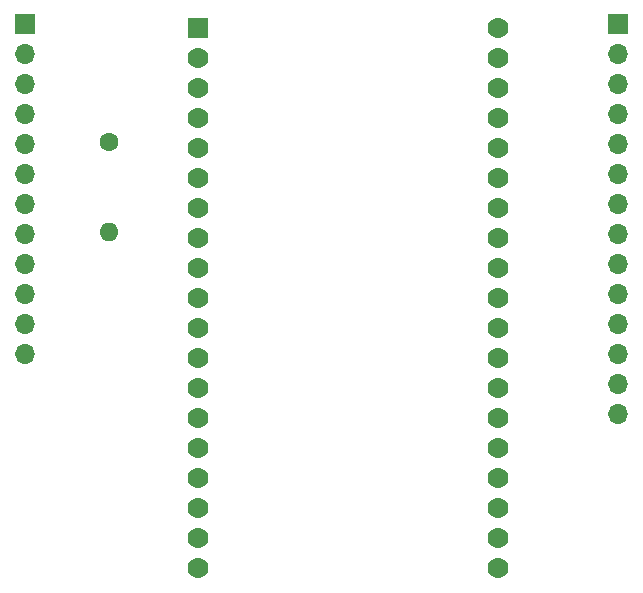
<source format=gbr>
%TF.GenerationSoftware,KiCad,Pcbnew,8.0.8*%
%TF.CreationDate,2025-04-08T16:29:26-04:00*%
%TF.ProjectId,ESP32PCB,45535033-3250-4434-922e-6b696361645f,rev?*%
%TF.SameCoordinates,Original*%
%TF.FileFunction,Soldermask,Bot*%
%TF.FilePolarity,Negative*%
%FSLAX46Y46*%
G04 Gerber Fmt 4.6, Leading zero omitted, Abs format (unit mm)*
G04 Created by KiCad (PCBNEW 8.0.8) date 2025-04-08 16:29:26*
%MOMM*%
%LPD*%
G01*
G04 APERTURE LIST*
G04 Aperture macros list*
%AMRoundRect*
0 Rectangle with rounded corners*
0 $1 Rounding radius*
0 $2 $3 $4 $5 $6 $7 $8 $9 X,Y pos of 4 corners*
0 Add a 4 corners polygon primitive as box body*
4,1,4,$2,$3,$4,$5,$6,$7,$8,$9,$2,$3,0*
0 Add four circle primitives for the rounded corners*
1,1,$1+$1,$2,$3*
1,1,$1+$1,$4,$5*
1,1,$1+$1,$6,$7*
1,1,$1+$1,$8,$9*
0 Add four rect primitives between the rounded corners*
20,1,$1+$1,$2,$3,$4,$5,0*
20,1,$1+$1,$4,$5,$6,$7,0*
20,1,$1+$1,$6,$7,$8,$9,0*
20,1,$1+$1,$8,$9,$2,$3,0*%
G04 Aperture macros list end*
%ADD10C,1.600000*%
%ADD11O,1.600000X1.600000*%
%ADD12RoundRect,0.102000X-0.780000X-0.780000X0.780000X-0.780000X0.780000X0.780000X-0.780000X0.780000X0*%
%ADD13C,1.764000*%
%ADD14R,1.700000X1.700000*%
%ADD15O,1.700000X1.700000*%
G04 APERTURE END LIST*
D10*
%TO.C,R1*%
X149950000Y-54630000D03*
D11*
X149950000Y-62250000D03*
%TD*%
D12*
%TO.C,U1*%
X157500000Y-45050000D03*
D13*
X157500000Y-47590000D03*
X157500000Y-50130000D03*
X157500000Y-52670000D03*
X157500000Y-55210000D03*
X157500000Y-57750000D03*
X157500000Y-60290000D03*
X157500000Y-62830000D03*
X157500000Y-65370000D03*
X157500000Y-67910000D03*
X157500000Y-70450000D03*
X157500000Y-72990000D03*
X157500000Y-75530000D03*
X157500000Y-78070000D03*
X157500000Y-80610000D03*
X157500000Y-83150000D03*
X157500000Y-85690000D03*
X157500000Y-88230000D03*
X157500000Y-90770000D03*
X182900000Y-45050000D03*
X182900000Y-47590000D03*
X182900000Y-50130000D03*
X182900000Y-52670000D03*
X182900000Y-55210000D03*
X182900000Y-57750000D03*
X182900000Y-60290000D03*
X182900000Y-62830000D03*
X182900000Y-65370000D03*
X182900000Y-67910000D03*
X182900000Y-70450000D03*
X182900000Y-72990000D03*
X182900000Y-75530000D03*
X182900000Y-78070000D03*
X182900000Y-80610000D03*
X182900000Y-83150000D03*
X182900000Y-85690000D03*
X182900000Y-88230000D03*
X182900000Y-90770000D03*
%TD*%
D14*
%TO.C,J2*%
X193040000Y-44704000D03*
D15*
X193040000Y-47244000D03*
X193040000Y-49784000D03*
X193040000Y-52324000D03*
X193040000Y-54864000D03*
X193040000Y-57404000D03*
X193040000Y-59944000D03*
X193040000Y-62484000D03*
X193040000Y-65024000D03*
X193040000Y-67564000D03*
X193040000Y-70104000D03*
X193040000Y-72644000D03*
X193040000Y-75184000D03*
X193040000Y-77724000D03*
%TD*%
D14*
%TO.C,J1*%
X142900000Y-44680000D03*
D15*
X142900000Y-47220000D03*
X142900000Y-49760000D03*
X142900000Y-52300000D03*
X142900000Y-54840000D03*
X142900000Y-57380000D03*
X142900000Y-59920000D03*
X142900000Y-62460000D03*
X142900000Y-65000000D03*
X142900000Y-67540000D03*
X142900000Y-70080000D03*
X142900000Y-72620000D03*
%TD*%
M02*

</source>
